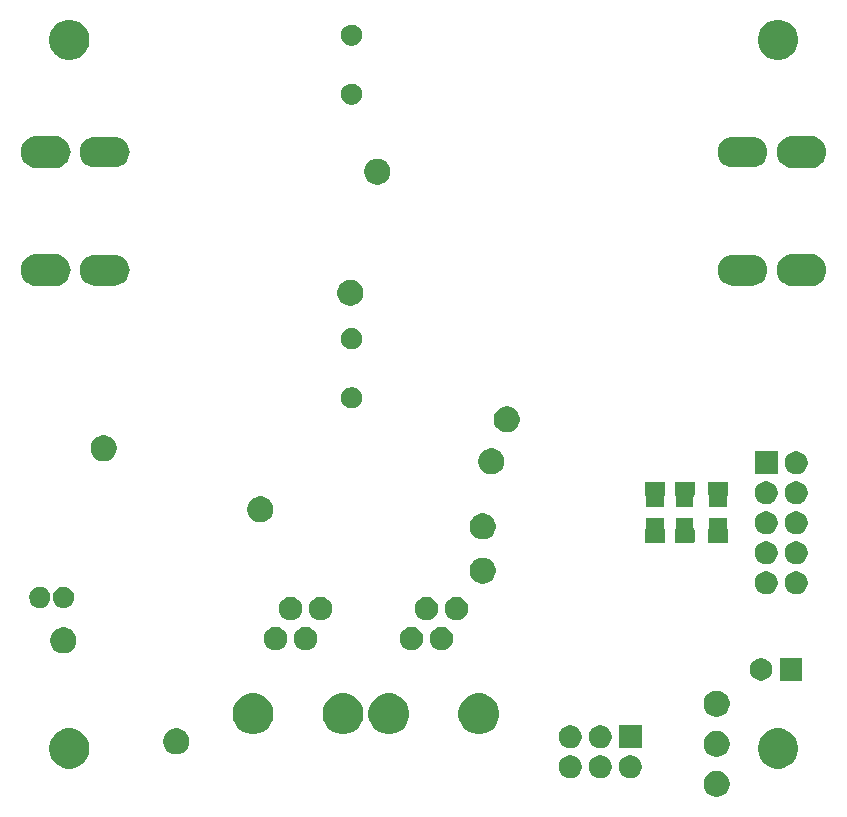
<source format=gbs>
G04 #@! TF.GenerationSoftware,KiCad,Pcbnew,5.1.5-52549c5~84~ubuntu18.04.1*
G04 #@! TF.CreationDate,2020-03-12T11:48:39+01:00*
G04 #@! TF.ProjectId,MotorDriver,4d6f746f-7244-4726-9976-65722e6b6963,rev?*
G04 #@! TF.SameCoordinates,Original*
G04 #@! TF.FileFunction,Soldermask,Bot*
G04 #@! TF.FilePolarity,Negative*
%FSLAX46Y46*%
G04 Gerber Fmt 4.6, Leading zero omitted, Abs format (unit mm)*
G04 Created by KiCad (PCBNEW 5.1.5-52549c5~84~ubuntu18.04.1) date 2020-03-12 11:48:39*
%MOMM*%
%LPD*%
G04 APERTURE LIST*
%ADD10C,0.100000*%
G04 APERTURE END LIST*
D10*
G36*
X160120856Y-137442272D02*
G01*
X160321048Y-137525194D01*
X160501208Y-137645573D01*
X160654427Y-137798792D01*
X160774806Y-137978952D01*
X160857728Y-138179144D01*
X160900000Y-138391657D01*
X160900000Y-138608343D01*
X160857728Y-138820856D01*
X160774806Y-139021048D01*
X160654427Y-139201208D01*
X160501208Y-139354427D01*
X160321048Y-139474806D01*
X160120856Y-139557728D01*
X159908343Y-139600000D01*
X159691657Y-139600000D01*
X159479144Y-139557728D01*
X159278952Y-139474806D01*
X159098792Y-139354427D01*
X158945573Y-139201208D01*
X158825194Y-139021048D01*
X158742272Y-138820856D01*
X158700000Y-138608343D01*
X158700000Y-138391657D01*
X158742272Y-138179144D01*
X158825194Y-137978952D01*
X158945573Y-137798792D01*
X159098792Y-137645573D01*
X159278952Y-137525194D01*
X159479144Y-137442272D01*
X159691657Y-137400000D01*
X159908343Y-137400000D01*
X160120856Y-137442272D01*
G37*
G36*
X152781072Y-136113431D02*
G01*
X152956436Y-136186069D01*
X153114259Y-136291523D01*
X153248477Y-136425741D01*
X153353931Y-136583564D01*
X153426569Y-136758928D01*
X153463600Y-136945094D01*
X153463600Y-137134906D01*
X153426569Y-137321072D01*
X153353931Y-137496436D01*
X153301204Y-137575348D01*
X153254280Y-137645575D01*
X153248477Y-137654259D01*
X153114259Y-137788477D01*
X152956436Y-137893931D01*
X152781072Y-137966569D01*
X152594906Y-138003600D01*
X152405094Y-138003600D01*
X152218928Y-137966569D01*
X152043564Y-137893931D01*
X151885741Y-137788477D01*
X151751523Y-137654259D01*
X151745721Y-137645575D01*
X151698796Y-137575347D01*
X151646069Y-137496436D01*
X151573431Y-137321072D01*
X151536400Y-137134906D01*
X151536400Y-136945094D01*
X151573431Y-136758928D01*
X151646069Y-136583564D01*
X151751523Y-136425741D01*
X151885741Y-136291523D01*
X152043564Y-136186069D01*
X152218928Y-136113431D01*
X152405094Y-136076400D01*
X152594906Y-136076400D01*
X152781072Y-136113431D01*
G37*
G36*
X147701072Y-136113431D02*
G01*
X147876436Y-136186069D01*
X148034259Y-136291523D01*
X148168477Y-136425741D01*
X148273931Y-136583564D01*
X148346569Y-136758928D01*
X148383600Y-136945094D01*
X148383600Y-137134906D01*
X148346569Y-137321072D01*
X148273931Y-137496436D01*
X148221204Y-137575348D01*
X148174280Y-137645575D01*
X148168477Y-137654259D01*
X148034259Y-137788477D01*
X147876436Y-137893931D01*
X147701072Y-137966569D01*
X147514906Y-138003600D01*
X147325094Y-138003600D01*
X147138928Y-137966569D01*
X146963564Y-137893931D01*
X146805741Y-137788477D01*
X146671523Y-137654259D01*
X146665721Y-137645575D01*
X146618796Y-137575347D01*
X146566069Y-137496436D01*
X146493431Y-137321072D01*
X146456400Y-137134906D01*
X146456400Y-136945094D01*
X146493431Y-136758928D01*
X146566069Y-136583564D01*
X146671523Y-136425741D01*
X146805741Y-136291523D01*
X146963564Y-136186069D01*
X147138928Y-136113431D01*
X147325094Y-136076400D01*
X147514906Y-136076400D01*
X147701072Y-136113431D01*
G37*
G36*
X150241072Y-136113431D02*
G01*
X150416436Y-136186069D01*
X150574259Y-136291523D01*
X150708477Y-136425741D01*
X150813931Y-136583564D01*
X150886569Y-136758928D01*
X150923600Y-136945094D01*
X150923600Y-137134906D01*
X150886569Y-137321072D01*
X150813931Y-137496436D01*
X150761204Y-137575348D01*
X150714280Y-137645575D01*
X150708477Y-137654259D01*
X150574259Y-137788477D01*
X150416436Y-137893931D01*
X150241072Y-137966569D01*
X150054906Y-138003600D01*
X149865094Y-138003600D01*
X149678928Y-137966569D01*
X149503564Y-137893931D01*
X149345741Y-137788477D01*
X149211523Y-137654259D01*
X149205721Y-137645575D01*
X149158796Y-137575347D01*
X149106069Y-137496436D01*
X149033431Y-137321072D01*
X148996400Y-137134906D01*
X148996400Y-136945094D01*
X149033431Y-136758928D01*
X149106069Y-136583564D01*
X149211523Y-136425741D01*
X149345741Y-136291523D01*
X149503564Y-136186069D01*
X149678928Y-136113431D01*
X149865094Y-136076400D01*
X150054906Y-136076400D01*
X150241072Y-136113431D01*
G37*
G36*
X165495872Y-133865330D02*
G01*
X165805252Y-133993479D01*
X166083687Y-134179523D01*
X166320477Y-134416313D01*
X166506521Y-134694748D01*
X166634670Y-135004128D01*
X166700000Y-135332565D01*
X166700000Y-135667435D01*
X166634670Y-135995872D01*
X166506521Y-136305252D01*
X166320477Y-136583687D01*
X166083687Y-136820477D01*
X165805252Y-137006521D01*
X165495872Y-137134670D01*
X165167435Y-137200000D01*
X164832565Y-137200000D01*
X164504128Y-137134670D01*
X164194748Y-137006521D01*
X163916313Y-136820477D01*
X163679523Y-136583687D01*
X163493479Y-136305252D01*
X163365330Y-135995872D01*
X163300000Y-135667435D01*
X163300000Y-135332565D01*
X163365330Y-135004128D01*
X163493479Y-134694748D01*
X163679523Y-134416313D01*
X163916313Y-134179523D01*
X164194748Y-133993479D01*
X164504128Y-133865330D01*
X164832565Y-133800000D01*
X165167435Y-133800000D01*
X165495872Y-133865330D01*
G37*
G36*
X105495872Y-133865330D02*
G01*
X105805252Y-133993479D01*
X106083687Y-134179523D01*
X106320477Y-134416313D01*
X106506521Y-134694748D01*
X106634670Y-135004128D01*
X106700000Y-135332565D01*
X106700000Y-135667435D01*
X106634670Y-135995872D01*
X106506521Y-136305252D01*
X106320477Y-136583687D01*
X106083687Y-136820477D01*
X105805252Y-137006521D01*
X105495872Y-137134670D01*
X105167435Y-137200000D01*
X104832565Y-137200000D01*
X104504128Y-137134670D01*
X104194748Y-137006521D01*
X103916313Y-136820477D01*
X103679523Y-136583687D01*
X103493479Y-136305252D01*
X103365330Y-135995872D01*
X103300000Y-135667435D01*
X103300000Y-135332565D01*
X103365330Y-135004128D01*
X103493479Y-134694748D01*
X103679523Y-134416313D01*
X103916313Y-134179523D01*
X104194748Y-133993479D01*
X104504128Y-133865330D01*
X104832565Y-133800000D01*
X105167435Y-133800000D01*
X105495872Y-133865330D01*
G37*
G36*
X160120856Y-134042272D02*
G01*
X160321048Y-134125194D01*
X160501208Y-134245573D01*
X160654427Y-134398792D01*
X160774806Y-134578952D01*
X160857728Y-134779144D01*
X160900000Y-134991657D01*
X160900000Y-135208343D01*
X160857728Y-135420856D01*
X160774806Y-135621048D01*
X160654427Y-135801208D01*
X160501208Y-135954427D01*
X160321048Y-136074806D01*
X160120856Y-136157728D01*
X159908343Y-136200000D01*
X159691657Y-136200000D01*
X159479144Y-136157728D01*
X159278952Y-136074806D01*
X159098792Y-135954427D01*
X158945573Y-135801208D01*
X158825194Y-135621048D01*
X158742272Y-135420856D01*
X158700000Y-135208343D01*
X158700000Y-134991657D01*
X158742272Y-134779144D01*
X158825194Y-134578952D01*
X158945573Y-134398792D01*
X159098792Y-134245573D01*
X159278952Y-134125194D01*
X159479144Y-134042272D01*
X159691657Y-134000000D01*
X159908343Y-134000000D01*
X160120856Y-134042272D01*
G37*
G36*
X114380856Y-133842272D02*
G01*
X114581048Y-133925194D01*
X114761208Y-134045573D01*
X114914427Y-134198792D01*
X115034806Y-134378952D01*
X115117728Y-134579144D01*
X115160000Y-134791657D01*
X115160000Y-135008343D01*
X115117728Y-135220856D01*
X115034806Y-135421048D01*
X114914427Y-135601208D01*
X114761208Y-135754427D01*
X114581048Y-135874806D01*
X114380856Y-135957728D01*
X114168343Y-136000000D01*
X113951657Y-136000000D01*
X113739144Y-135957728D01*
X113538952Y-135874806D01*
X113358792Y-135754427D01*
X113205573Y-135601208D01*
X113085194Y-135421048D01*
X113002272Y-135220856D01*
X112960000Y-135008343D01*
X112960000Y-134791657D01*
X113002272Y-134579144D01*
X113085194Y-134378952D01*
X113205573Y-134198792D01*
X113358792Y-134045573D01*
X113538952Y-133925194D01*
X113739144Y-133842272D01*
X113951657Y-133800000D01*
X114168343Y-133800000D01*
X114380856Y-133842272D01*
G37*
G36*
X147701072Y-133573431D02*
G01*
X147876436Y-133646069D01*
X147876437Y-133646070D01*
X148034258Y-133751522D01*
X148168478Y-133885742D01*
X148194838Y-133925193D01*
X148273931Y-134043564D01*
X148346569Y-134218928D01*
X148383600Y-134405094D01*
X148383600Y-134594906D01*
X148346569Y-134781072D01*
X148273931Y-134956436D01*
X148168477Y-135114259D01*
X148034259Y-135248477D01*
X147876436Y-135353931D01*
X147701072Y-135426569D01*
X147514906Y-135463600D01*
X147325094Y-135463600D01*
X147138928Y-135426569D01*
X146963564Y-135353931D01*
X146805741Y-135248477D01*
X146671523Y-135114259D01*
X146566069Y-134956436D01*
X146493431Y-134781072D01*
X146456400Y-134594906D01*
X146456400Y-134405094D01*
X146493431Y-134218928D01*
X146566069Y-134043564D01*
X146645162Y-133925193D01*
X146671522Y-133885742D01*
X146805742Y-133751522D01*
X146963563Y-133646070D01*
X146963564Y-133646069D01*
X147138928Y-133573431D01*
X147325094Y-133536400D01*
X147514906Y-133536400D01*
X147701072Y-133573431D01*
G37*
G36*
X150241072Y-133573431D02*
G01*
X150416436Y-133646069D01*
X150416437Y-133646070D01*
X150574258Y-133751522D01*
X150708478Y-133885742D01*
X150734838Y-133925193D01*
X150813931Y-134043564D01*
X150886569Y-134218928D01*
X150923600Y-134405094D01*
X150923600Y-134594906D01*
X150886569Y-134781072D01*
X150813931Y-134956436D01*
X150708477Y-135114259D01*
X150574259Y-135248477D01*
X150416436Y-135353931D01*
X150241072Y-135426569D01*
X150054906Y-135463600D01*
X149865094Y-135463600D01*
X149678928Y-135426569D01*
X149503564Y-135353931D01*
X149345741Y-135248477D01*
X149211523Y-135114259D01*
X149106069Y-134956436D01*
X149033431Y-134781072D01*
X148996400Y-134594906D01*
X148996400Y-134405094D01*
X149033431Y-134218928D01*
X149106069Y-134043564D01*
X149185162Y-133925193D01*
X149211522Y-133885742D01*
X149345742Y-133751522D01*
X149503563Y-133646070D01*
X149503564Y-133646069D01*
X149678928Y-133573431D01*
X149865094Y-133536400D01*
X150054906Y-133536400D01*
X150241072Y-133573431D01*
G37*
G36*
X153463600Y-135463600D02*
G01*
X151536400Y-135463600D01*
X151536400Y-133536400D01*
X153463600Y-133536400D01*
X153463600Y-135463600D01*
G37*
G36*
X140173164Y-130891290D02*
G01*
X140487094Y-131021324D01*
X140769624Y-131210105D01*
X141009895Y-131450376D01*
X141198676Y-131732906D01*
X141328710Y-132046836D01*
X141395000Y-132380102D01*
X141395000Y-132719898D01*
X141328710Y-133053164D01*
X141198676Y-133367094D01*
X141009895Y-133649624D01*
X140769624Y-133889895D01*
X140487094Y-134078676D01*
X140173164Y-134208710D01*
X139839898Y-134275000D01*
X139500102Y-134275000D01*
X139166836Y-134208710D01*
X138852906Y-134078676D01*
X138570376Y-133889895D01*
X138330105Y-133649624D01*
X138141324Y-133367094D01*
X138011290Y-133053164D01*
X137945000Y-132719898D01*
X137945000Y-132380102D01*
X138011290Y-132046836D01*
X138141324Y-131732906D01*
X138330105Y-131450376D01*
X138570376Y-131210105D01*
X138852906Y-131021324D01*
X139166836Y-130891290D01*
X139500102Y-130825000D01*
X139839898Y-130825000D01*
X140173164Y-130891290D01*
G37*
G36*
X132553164Y-130891290D02*
G01*
X132867094Y-131021324D01*
X133149624Y-131210105D01*
X133389895Y-131450376D01*
X133578676Y-131732906D01*
X133708710Y-132046836D01*
X133775000Y-132380102D01*
X133775000Y-132719898D01*
X133708710Y-133053164D01*
X133578676Y-133367094D01*
X133389895Y-133649624D01*
X133149624Y-133889895D01*
X132867094Y-134078676D01*
X132553164Y-134208710D01*
X132219898Y-134275000D01*
X131880102Y-134275000D01*
X131546836Y-134208710D01*
X131232906Y-134078676D01*
X130950376Y-133889895D01*
X130710105Y-133649624D01*
X130521324Y-133367094D01*
X130391290Y-133053164D01*
X130325000Y-132719898D01*
X130325000Y-132380102D01*
X130391290Y-132046836D01*
X130521324Y-131732906D01*
X130710105Y-131450376D01*
X130950376Y-131210105D01*
X131232906Y-131021324D01*
X131546836Y-130891290D01*
X131880102Y-130825000D01*
X132219898Y-130825000D01*
X132553164Y-130891290D01*
G37*
G36*
X128673164Y-130891290D02*
G01*
X128987094Y-131021324D01*
X129269624Y-131210105D01*
X129509895Y-131450376D01*
X129698676Y-131732906D01*
X129828710Y-132046836D01*
X129895000Y-132380102D01*
X129895000Y-132719898D01*
X129828710Y-133053164D01*
X129698676Y-133367094D01*
X129509895Y-133649624D01*
X129269624Y-133889895D01*
X128987094Y-134078676D01*
X128673164Y-134208710D01*
X128339898Y-134275000D01*
X128000102Y-134275000D01*
X127666836Y-134208710D01*
X127352906Y-134078676D01*
X127070376Y-133889895D01*
X126830105Y-133649624D01*
X126641324Y-133367094D01*
X126511290Y-133053164D01*
X126445000Y-132719898D01*
X126445000Y-132380102D01*
X126511290Y-132046836D01*
X126641324Y-131732906D01*
X126830105Y-131450376D01*
X127070376Y-131210105D01*
X127352906Y-131021324D01*
X127666836Y-130891290D01*
X128000102Y-130825000D01*
X128339898Y-130825000D01*
X128673164Y-130891290D01*
G37*
G36*
X121053164Y-130891290D02*
G01*
X121367094Y-131021324D01*
X121649624Y-131210105D01*
X121889895Y-131450376D01*
X122078676Y-131732906D01*
X122208710Y-132046836D01*
X122275000Y-132380102D01*
X122275000Y-132719898D01*
X122208710Y-133053164D01*
X122078676Y-133367094D01*
X121889895Y-133649624D01*
X121649624Y-133889895D01*
X121367094Y-134078676D01*
X121053164Y-134208710D01*
X120719898Y-134275000D01*
X120380102Y-134275000D01*
X120046836Y-134208710D01*
X119732906Y-134078676D01*
X119450376Y-133889895D01*
X119210105Y-133649624D01*
X119021324Y-133367094D01*
X118891290Y-133053164D01*
X118825000Y-132719898D01*
X118825000Y-132380102D01*
X118891290Y-132046836D01*
X119021324Y-131732906D01*
X119210105Y-131450376D01*
X119450376Y-131210105D01*
X119732906Y-131021324D01*
X120046836Y-130891290D01*
X120380102Y-130825000D01*
X120719898Y-130825000D01*
X121053164Y-130891290D01*
G37*
G36*
X160120856Y-130642272D02*
G01*
X160321048Y-130725194D01*
X160501208Y-130845573D01*
X160654427Y-130998792D01*
X160774806Y-131178952D01*
X160857728Y-131379144D01*
X160900000Y-131591657D01*
X160900000Y-131808343D01*
X160857728Y-132020856D01*
X160774806Y-132221048D01*
X160654427Y-132401208D01*
X160501208Y-132554427D01*
X160321048Y-132674806D01*
X160120856Y-132757728D01*
X159908343Y-132800000D01*
X159691657Y-132800000D01*
X159479144Y-132757728D01*
X159278952Y-132674806D01*
X159098792Y-132554427D01*
X158945573Y-132401208D01*
X158825194Y-132221048D01*
X158742272Y-132020856D01*
X158700000Y-131808343D01*
X158700000Y-131591657D01*
X158742272Y-131379144D01*
X158825194Y-131178952D01*
X158945573Y-130998792D01*
X159098792Y-130845573D01*
X159278952Y-130725194D01*
X159479144Y-130642272D01*
X159691657Y-130600000D01*
X159908343Y-130600000D01*
X160120856Y-130642272D01*
G37*
G36*
X163837105Y-127886508D02*
G01*
X164009994Y-127958121D01*
X164165590Y-128062087D01*
X164297913Y-128194410D01*
X164401879Y-128350006D01*
X164473492Y-128522895D01*
X164510000Y-128706433D01*
X164510000Y-128893567D01*
X164473492Y-129077105D01*
X164401879Y-129249994D01*
X164297913Y-129405590D01*
X164165590Y-129537913D01*
X164009994Y-129641879D01*
X163837105Y-129713492D01*
X163653567Y-129750000D01*
X163466433Y-129750000D01*
X163282895Y-129713492D01*
X163110006Y-129641879D01*
X162954410Y-129537913D01*
X162822087Y-129405590D01*
X162718121Y-129249994D01*
X162646508Y-129077105D01*
X162610000Y-128893567D01*
X162610000Y-128706433D01*
X162646508Y-128522895D01*
X162718121Y-128350006D01*
X162822087Y-128194410D01*
X162954410Y-128062087D01*
X163110006Y-127958121D01*
X163282895Y-127886508D01*
X163466433Y-127850000D01*
X163653567Y-127850000D01*
X163837105Y-127886508D01*
G37*
G36*
X167050000Y-129750000D02*
G01*
X165150000Y-129750000D01*
X165150000Y-127850000D01*
X167050000Y-127850000D01*
X167050000Y-129750000D01*
G37*
G36*
X104820856Y-125292272D02*
G01*
X105021048Y-125375194D01*
X105201208Y-125495573D01*
X105354427Y-125648792D01*
X105474806Y-125828952D01*
X105557728Y-126029144D01*
X105600000Y-126241657D01*
X105600000Y-126458343D01*
X105557728Y-126670856D01*
X105474806Y-126871048D01*
X105354427Y-127051208D01*
X105201208Y-127204427D01*
X105021048Y-127324806D01*
X104820856Y-127407728D01*
X104608343Y-127450000D01*
X104391657Y-127450000D01*
X104179144Y-127407728D01*
X103978952Y-127324806D01*
X103798792Y-127204427D01*
X103645573Y-127051208D01*
X103525194Y-126871048D01*
X103442272Y-126670856D01*
X103400000Y-126458343D01*
X103400000Y-126241657D01*
X103442272Y-126029144D01*
X103525194Y-125828952D01*
X103645573Y-125648792D01*
X103798792Y-125495573D01*
X103978952Y-125375194D01*
X104179144Y-125292272D01*
X104391657Y-125250000D01*
X104608343Y-125250000D01*
X104820856Y-125292272D01*
G37*
G36*
X122655090Y-125219214D02*
G01*
X122751689Y-125238429D01*
X122933678Y-125313811D01*
X123097463Y-125423249D01*
X123236751Y-125562537D01*
X123346189Y-125726322D01*
X123421571Y-125908311D01*
X123421571Y-125908313D01*
X123445606Y-126029142D01*
X123460000Y-126101509D01*
X123460000Y-126298491D01*
X123421571Y-126491689D01*
X123346189Y-126673678D01*
X123236751Y-126837463D01*
X123097463Y-126976751D01*
X122933678Y-127086189D01*
X122751689Y-127161571D01*
X122655090Y-127180785D01*
X122558493Y-127200000D01*
X122361507Y-127200000D01*
X122264910Y-127180785D01*
X122168311Y-127161571D01*
X121986322Y-127086189D01*
X121822537Y-126976751D01*
X121683249Y-126837463D01*
X121573811Y-126673678D01*
X121498429Y-126491689D01*
X121460000Y-126298491D01*
X121460000Y-126101509D01*
X121474395Y-126029142D01*
X121498429Y-125908313D01*
X121498429Y-125908311D01*
X121573811Y-125726322D01*
X121683249Y-125562537D01*
X121822537Y-125423249D01*
X121986322Y-125313811D01*
X122168311Y-125238429D01*
X122264910Y-125219214D01*
X122361507Y-125200000D01*
X122558493Y-125200000D01*
X122655090Y-125219214D01*
G37*
G36*
X136695090Y-125219214D02*
G01*
X136791689Y-125238429D01*
X136973678Y-125313811D01*
X137137463Y-125423249D01*
X137276751Y-125562537D01*
X137386189Y-125726322D01*
X137461571Y-125908311D01*
X137461571Y-125908313D01*
X137485606Y-126029142D01*
X137500000Y-126101509D01*
X137500000Y-126298491D01*
X137461571Y-126491689D01*
X137386189Y-126673678D01*
X137276751Y-126837463D01*
X137137463Y-126976751D01*
X136973678Y-127086189D01*
X136791689Y-127161571D01*
X136695090Y-127180785D01*
X136598493Y-127200000D01*
X136401507Y-127200000D01*
X136304910Y-127180785D01*
X136208311Y-127161571D01*
X136026322Y-127086189D01*
X135862537Y-126976751D01*
X135723249Y-126837463D01*
X135613811Y-126673678D01*
X135538429Y-126491689D01*
X135500000Y-126298491D01*
X135500000Y-126101509D01*
X135514395Y-126029142D01*
X135538429Y-125908313D01*
X135538429Y-125908311D01*
X135613811Y-125726322D01*
X135723249Y-125562537D01*
X135862537Y-125423249D01*
X136026322Y-125313811D01*
X136208311Y-125238429D01*
X136304910Y-125219214D01*
X136401507Y-125200000D01*
X136598493Y-125200000D01*
X136695090Y-125219214D01*
G37*
G36*
X134155090Y-125219214D02*
G01*
X134251689Y-125238429D01*
X134433678Y-125313811D01*
X134597463Y-125423249D01*
X134736751Y-125562537D01*
X134846189Y-125726322D01*
X134921571Y-125908311D01*
X134921571Y-125908313D01*
X134945606Y-126029142D01*
X134960000Y-126101509D01*
X134960000Y-126298491D01*
X134921571Y-126491689D01*
X134846189Y-126673678D01*
X134736751Y-126837463D01*
X134597463Y-126976751D01*
X134433678Y-127086189D01*
X134251689Y-127161571D01*
X134155090Y-127180785D01*
X134058493Y-127200000D01*
X133861507Y-127200000D01*
X133764910Y-127180785D01*
X133668311Y-127161571D01*
X133486322Y-127086189D01*
X133322537Y-126976751D01*
X133183249Y-126837463D01*
X133073811Y-126673678D01*
X132998429Y-126491689D01*
X132960000Y-126298491D01*
X132960000Y-126101509D01*
X132974395Y-126029142D01*
X132998429Y-125908313D01*
X132998429Y-125908311D01*
X133073811Y-125726322D01*
X133183249Y-125562537D01*
X133322537Y-125423249D01*
X133486322Y-125313811D01*
X133668311Y-125238429D01*
X133764910Y-125219214D01*
X133861507Y-125200000D01*
X134058493Y-125200000D01*
X134155090Y-125219214D01*
G37*
G36*
X125195090Y-125219214D02*
G01*
X125291689Y-125238429D01*
X125473678Y-125313811D01*
X125637463Y-125423249D01*
X125776751Y-125562537D01*
X125886189Y-125726322D01*
X125961571Y-125908311D01*
X125961571Y-125908313D01*
X125985606Y-126029142D01*
X126000000Y-126101509D01*
X126000000Y-126298491D01*
X125961571Y-126491689D01*
X125886189Y-126673678D01*
X125776751Y-126837463D01*
X125637463Y-126976751D01*
X125473678Y-127086189D01*
X125291689Y-127161571D01*
X125195090Y-127180785D01*
X125098493Y-127200000D01*
X124901507Y-127200000D01*
X124804910Y-127180785D01*
X124708311Y-127161571D01*
X124526322Y-127086189D01*
X124362537Y-126976751D01*
X124223249Y-126837463D01*
X124113811Y-126673678D01*
X124038429Y-126491689D01*
X124000000Y-126298491D01*
X124000000Y-126101509D01*
X124014395Y-126029142D01*
X124038429Y-125908313D01*
X124038429Y-125908311D01*
X124113811Y-125726322D01*
X124223249Y-125562537D01*
X124362537Y-125423249D01*
X124526322Y-125313811D01*
X124708311Y-125238429D01*
X124804910Y-125219214D01*
X124901507Y-125200000D01*
X125098493Y-125200000D01*
X125195090Y-125219214D01*
G37*
G36*
X123925090Y-122679214D02*
G01*
X124021689Y-122698429D01*
X124203678Y-122773811D01*
X124367463Y-122883249D01*
X124506751Y-123022537D01*
X124616189Y-123186322D01*
X124691571Y-123368311D01*
X124730000Y-123561509D01*
X124730000Y-123758491D01*
X124691571Y-123951689D01*
X124616189Y-124133678D01*
X124506751Y-124297463D01*
X124367463Y-124436751D01*
X124203678Y-124546189D01*
X124021689Y-124621571D01*
X123925090Y-124640785D01*
X123828493Y-124660000D01*
X123631507Y-124660000D01*
X123534910Y-124640785D01*
X123438311Y-124621571D01*
X123256322Y-124546189D01*
X123092537Y-124436751D01*
X122953249Y-124297463D01*
X122843811Y-124133678D01*
X122768429Y-123951689D01*
X122730000Y-123758491D01*
X122730000Y-123561509D01*
X122768429Y-123368311D01*
X122843811Y-123186322D01*
X122953249Y-123022537D01*
X123092537Y-122883249D01*
X123256322Y-122773811D01*
X123438311Y-122698429D01*
X123534910Y-122679214D01*
X123631507Y-122660000D01*
X123828493Y-122660000D01*
X123925090Y-122679214D01*
G37*
G36*
X126465090Y-122679214D02*
G01*
X126561689Y-122698429D01*
X126743678Y-122773811D01*
X126907463Y-122883249D01*
X127046751Y-123022537D01*
X127156189Y-123186322D01*
X127231571Y-123368311D01*
X127270000Y-123561509D01*
X127270000Y-123758491D01*
X127231571Y-123951689D01*
X127156189Y-124133678D01*
X127046751Y-124297463D01*
X126907463Y-124436751D01*
X126743678Y-124546189D01*
X126561689Y-124621571D01*
X126465090Y-124640785D01*
X126368493Y-124660000D01*
X126171507Y-124660000D01*
X126074910Y-124640785D01*
X125978311Y-124621571D01*
X125796322Y-124546189D01*
X125632537Y-124436751D01*
X125493249Y-124297463D01*
X125383811Y-124133678D01*
X125308429Y-123951689D01*
X125270000Y-123758491D01*
X125270000Y-123561509D01*
X125308429Y-123368311D01*
X125383811Y-123186322D01*
X125493249Y-123022537D01*
X125632537Y-122883249D01*
X125796322Y-122773811D01*
X125978311Y-122698429D01*
X126074910Y-122679214D01*
X126171507Y-122660000D01*
X126368493Y-122660000D01*
X126465090Y-122679214D01*
G37*
G36*
X135425090Y-122679214D02*
G01*
X135521689Y-122698429D01*
X135703678Y-122773811D01*
X135867463Y-122883249D01*
X136006751Y-123022537D01*
X136116189Y-123186322D01*
X136191571Y-123368311D01*
X136230000Y-123561509D01*
X136230000Y-123758491D01*
X136191571Y-123951689D01*
X136116189Y-124133678D01*
X136006751Y-124297463D01*
X135867463Y-124436751D01*
X135703678Y-124546189D01*
X135521689Y-124621571D01*
X135425090Y-124640785D01*
X135328493Y-124660000D01*
X135131507Y-124660000D01*
X135034910Y-124640785D01*
X134938311Y-124621571D01*
X134756322Y-124546189D01*
X134592537Y-124436751D01*
X134453249Y-124297463D01*
X134343811Y-124133678D01*
X134268429Y-123951689D01*
X134230000Y-123758491D01*
X134230000Y-123561509D01*
X134268429Y-123368311D01*
X134343811Y-123186322D01*
X134453249Y-123022537D01*
X134592537Y-122883249D01*
X134756322Y-122773811D01*
X134938311Y-122698429D01*
X135034910Y-122679214D01*
X135131507Y-122660000D01*
X135328493Y-122660000D01*
X135425090Y-122679214D01*
G37*
G36*
X137965090Y-122679214D02*
G01*
X138061689Y-122698429D01*
X138243678Y-122773811D01*
X138407463Y-122883249D01*
X138546751Y-123022537D01*
X138656189Y-123186322D01*
X138731571Y-123368311D01*
X138770000Y-123561509D01*
X138770000Y-123758491D01*
X138731571Y-123951689D01*
X138656189Y-124133678D01*
X138546751Y-124297463D01*
X138407463Y-124436751D01*
X138243678Y-124546189D01*
X138061689Y-124621571D01*
X137965090Y-124640785D01*
X137868493Y-124660000D01*
X137671507Y-124660000D01*
X137574910Y-124640785D01*
X137478311Y-124621571D01*
X137296322Y-124546189D01*
X137132537Y-124436751D01*
X136993249Y-124297463D01*
X136883811Y-124133678D01*
X136808429Y-123951689D01*
X136770000Y-123758491D01*
X136770000Y-123561509D01*
X136808429Y-123368311D01*
X136883811Y-123186322D01*
X136993249Y-123022537D01*
X137132537Y-122883249D01*
X137296322Y-122773811D01*
X137478311Y-122698429D01*
X137574910Y-122679214D01*
X137671507Y-122660000D01*
X137868493Y-122660000D01*
X137965090Y-122679214D01*
G37*
G36*
X102762520Y-121834586D02*
G01*
X102762522Y-121834587D01*
X102762523Y-121834587D01*
X102823025Y-121859648D01*
X102926310Y-121902430D01*
X103073717Y-122000924D01*
X103199076Y-122126283D01*
X103297570Y-122273690D01*
X103365414Y-122437480D01*
X103400000Y-122611358D01*
X103400000Y-122788642D01*
X103365414Y-122962520D01*
X103297570Y-123126310D01*
X103199076Y-123273717D01*
X103073717Y-123399076D01*
X102926310Y-123497570D01*
X102823025Y-123540352D01*
X102762523Y-123565413D01*
X102762522Y-123565413D01*
X102762520Y-123565414D01*
X102588642Y-123600000D01*
X102411358Y-123600000D01*
X102237480Y-123565414D01*
X102237478Y-123565413D01*
X102237477Y-123565413D01*
X102176975Y-123540352D01*
X102073690Y-123497570D01*
X101926283Y-123399076D01*
X101800924Y-123273717D01*
X101702430Y-123126310D01*
X101634586Y-122962520D01*
X101600000Y-122788642D01*
X101600000Y-122611358D01*
X101634586Y-122437480D01*
X101702430Y-122273690D01*
X101800924Y-122126283D01*
X101926283Y-122000924D01*
X102073690Y-121902430D01*
X102176975Y-121859648D01*
X102237477Y-121834587D01*
X102237478Y-121834587D01*
X102237480Y-121834586D01*
X102411358Y-121800000D01*
X102588642Y-121800000D01*
X102762520Y-121834586D01*
G37*
G36*
X104762520Y-121834586D02*
G01*
X104762522Y-121834587D01*
X104762523Y-121834587D01*
X104823025Y-121859648D01*
X104926310Y-121902430D01*
X105073717Y-122000924D01*
X105199076Y-122126283D01*
X105297570Y-122273690D01*
X105365414Y-122437480D01*
X105400000Y-122611358D01*
X105400000Y-122788642D01*
X105365414Y-122962520D01*
X105297570Y-123126310D01*
X105199076Y-123273717D01*
X105073717Y-123399076D01*
X104926310Y-123497570D01*
X104823025Y-123540352D01*
X104762523Y-123565413D01*
X104762522Y-123565413D01*
X104762520Y-123565414D01*
X104588642Y-123600000D01*
X104411358Y-123600000D01*
X104237480Y-123565414D01*
X104237478Y-123565413D01*
X104237477Y-123565413D01*
X104176975Y-123540352D01*
X104073690Y-123497570D01*
X103926283Y-123399076D01*
X103800924Y-123273717D01*
X103702430Y-123126310D01*
X103634586Y-122962520D01*
X103600000Y-122788642D01*
X103600000Y-122611358D01*
X103634586Y-122437480D01*
X103702430Y-122273690D01*
X103800924Y-122126283D01*
X103926283Y-122000924D01*
X104073690Y-121902430D01*
X104176975Y-121859648D01*
X104237477Y-121834587D01*
X104237478Y-121834587D01*
X104237480Y-121834586D01*
X104411358Y-121800000D01*
X104588642Y-121800000D01*
X104762520Y-121834586D01*
G37*
G36*
X166821072Y-120533431D02*
G01*
X166996436Y-120606069D01*
X167154259Y-120711523D01*
X167288477Y-120845741D01*
X167393931Y-121003564D01*
X167466569Y-121178928D01*
X167503600Y-121365094D01*
X167503600Y-121554906D01*
X167466569Y-121741072D01*
X167393931Y-121916436D01*
X167288477Y-122074259D01*
X167154259Y-122208477D01*
X166996436Y-122313931D01*
X166821072Y-122386569D01*
X166634906Y-122423600D01*
X166445094Y-122423600D01*
X166258928Y-122386569D01*
X166083564Y-122313931D01*
X165925741Y-122208477D01*
X165791523Y-122074259D01*
X165686069Y-121916436D01*
X165613431Y-121741072D01*
X165576400Y-121554906D01*
X165576400Y-121365094D01*
X165613431Y-121178928D01*
X165686069Y-121003564D01*
X165791523Y-120845741D01*
X165925741Y-120711523D01*
X166083564Y-120606069D01*
X166258928Y-120533431D01*
X166445094Y-120496400D01*
X166634906Y-120496400D01*
X166821072Y-120533431D01*
G37*
G36*
X164281072Y-120533431D02*
G01*
X164456436Y-120606069D01*
X164614259Y-120711523D01*
X164748477Y-120845741D01*
X164853931Y-121003564D01*
X164926569Y-121178928D01*
X164963600Y-121365094D01*
X164963600Y-121554906D01*
X164926569Y-121741072D01*
X164853931Y-121916436D01*
X164748477Y-122074259D01*
X164614259Y-122208477D01*
X164456436Y-122313931D01*
X164281072Y-122386569D01*
X164094906Y-122423600D01*
X163905094Y-122423600D01*
X163718928Y-122386569D01*
X163543564Y-122313931D01*
X163385741Y-122208477D01*
X163251523Y-122074259D01*
X163146069Y-121916436D01*
X163073431Y-121741072D01*
X163036400Y-121554906D01*
X163036400Y-121365094D01*
X163073431Y-121178928D01*
X163146069Y-121003564D01*
X163251523Y-120845741D01*
X163385741Y-120711523D01*
X163543564Y-120606069D01*
X163718928Y-120533431D01*
X163905094Y-120496400D01*
X164094906Y-120496400D01*
X164281072Y-120533431D01*
G37*
G36*
X140320856Y-119375472D02*
G01*
X140521048Y-119458394D01*
X140701208Y-119578773D01*
X140854427Y-119731992D01*
X140974806Y-119912152D01*
X141057728Y-120112344D01*
X141100000Y-120324857D01*
X141100000Y-120541543D01*
X141057728Y-120754056D01*
X140974806Y-120954248D01*
X140854427Y-121134408D01*
X140701208Y-121287627D01*
X140521048Y-121408006D01*
X140320856Y-121490928D01*
X140108343Y-121533200D01*
X139891657Y-121533200D01*
X139679144Y-121490928D01*
X139478952Y-121408006D01*
X139298792Y-121287627D01*
X139145573Y-121134408D01*
X139025194Y-120954248D01*
X138942272Y-120754056D01*
X138900000Y-120541543D01*
X138900000Y-120324857D01*
X138942272Y-120112344D01*
X139025194Y-119912152D01*
X139145573Y-119731992D01*
X139298792Y-119578773D01*
X139478952Y-119458394D01*
X139679144Y-119375472D01*
X139891657Y-119333200D01*
X140108343Y-119333200D01*
X140320856Y-119375472D01*
G37*
G36*
X164281072Y-117993431D02*
G01*
X164456436Y-118066069D01*
X164614259Y-118171523D01*
X164748477Y-118305741D01*
X164853931Y-118463564D01*
X164926569Y-118638928D01*
X164963600Y-118825094D01*
X164963600Y-119014906D01*
X164926569Y-119201072D01*
X164853931Y-119376436D01*
X164748477Y-119534259D01*
X164614259Y-119668477D01*
X164456436Y-119773931D01*
X164281072Y-119846569D01*
X164094906Y-119883600D01*
X163905094Y-119883600D01*
X163718928Y-119846569D01*
X163543564Y-119773931D01*
X163385741Y-119668477D01*
X163251523Y-119534259D01*
X163146069Y-119376436D01*
X163073431Y-119201072D01*
X163036400Y-119014906D01*
X163036400Y-118825094D01*
X163073431Y-118638928D01*
X163146069Y-118463564D01*
X163251523Y-118305741D01*
X163385741Y-118171523D01*
X163543564Y-118066069D01*
X163718928Y-117993431D01*
X163905094Y-117956400D01*
X164094906Y-117956400D01*
X164281072Y-117993431D01*
G37*
G36*
X166821072Y-117993431D02*
G01*
X166996436Y-118066069D01*
X167154259Y-118171523D01*
X167288477Y-118305741D01*
X167393931Y-118463564D01*
X167466569Y-118638928D01*
X167503600Y-118825094D01*
X167503600Y-119014906D01*
X167466569Y-119201072D01*
X167393931Y-119376436D01*
X167288477Y-119534259D01*
X167154259Y-119668477D01*
X166996436Y-119773931D01*
X166821072Y-119846569D01*
X166634906Y-119883600D01*
X166445094Y-119883600D01*
X166258928Y-119846569D01*
X166083564Y-119773931D01*
X165925741Y-119668477D01*
X165791523Y-119534259D01*
X165686069Y-119376436D01*
X165613431Y-119201072D01*
X165576400Y-119014906D01*
X165576400Y-118825094D01*
X165613431Y-118638928D01*
X165686069Y-118463564D01*
X165791523Y-118305741D01*
X165925741Y-118171523D01*
X166083564Y-118066069D01*
X166258928Y-117993431D01*
X166445094Y-117956400D01*
X166634906Y-117956400D01*
X166821072Y-117993431D01*
G37*
G36*
X157850000Y-116825134D02*
G01*
X157851921Y-116844643D01*
X157857612Y-116863402D01*
X157866853Y-116880690D01*
X157879289Y-116895844D01*
X157894531Y-116908339D01*
X157901915Y-116913261D01*
X157905739Y-116916392D01*
X157905738Y-116916392D01*
X157920979Y-116928873D01*
X157933491Y-116944087D01*
X157933494Y-116944091D01*
X157942794Y-116961447D01*
X157942795Y-116961449D01*
X157948533Y-116980293D01*
X157950484Y-117000000D01*
X157950484Y-117000050D01*
X157950968Y-117004937D01*
X157950968Y-117995090D01*
X157948553Y-118019602D01*
X157942835Y-118038455D01*
X157933551Y-118055825D01*
X157921053Y-118071053D01*
X157905825Y-118083551D01*
X157888455Y-118092835D01*
X157869603Y-118098553D01*
X157864081Y-118099097D01*
X157845090Y-118100968D01*
X156354910Y-118100968D01*
X156335919Y-118099097D01*
X156330397Y-118098553D01*
X156320972Y-118095694D01*
X156311545Y-118092835D01*
X156294175Y-118083551D01*
X156278947Y-118071053D01*
X156266449Y-118055825D01*
X156257165Y-118038455D01*
X156251447Y-118019602D01*
X156249032Y-117995090D01*
X156249032Y-117004910D01*
X156251447Y-116980398D01*
X156257165Y-116961545D01*
X156266449Y-116944175D01*
X156278930Y-116928968D01*
X156278947Y-116928947D01*
X156294262Y-116916392D01*
X156294301Y-116916366D01*
X156298104Y-116913248D01*
X156305469Y-116908339D01*
X156320636Y-116895919D01*
X156333088Y-116880779D01*
X156342347Y-116863500D01*
X156348058Y-116844747D01*
X156350000Y-116825134D01*
X156350000Y-115950000D01*
X157850000Y-115950000D01*
X157850000Y-116825134D01*
G37*
G36*
X155350000Y-116825134D02*
G01*
X155351921Y-116844643D01*
X155357612Y-116863402D01*
X155366853Y-116880690D01*
X155379289Y-116895844D01*
X155394531Y-116908339D01*
X155401915Y-116913261D01*
X155405739Y-116916392D01*
X155405738Y-116916392D01*
X155420979Y-116928873D01*
X155433491Y-116944087D01*
X155433494Y-116944091D01*
X155442794Y-116961447D01*
X155442795Y-116961449D01*
X155448533Y-116980293D01*
X155450484Y-117000000D01*
X155450484Y-117000050D01*
X155450968Y-117004937D01*
X155450968Y-117995090D01*
X155448553Y-118019602D01*
X155442835Y-118038455D01*
X155433551Y-118055825D01*
X155421053Y-118071053D01*
X155405825Y-118083551D01*
X155388455Y-118092835D01*
X155369603Y-118098553D01*
X155364081Y-118099097D01*
X155345090Y-118100968D01*
X153854910Y-118100968D01*
X153835919Y-118099097D01*
X153830397Y-118098553D01*
X153820972Y-118095694D01*
X153811545Y-118092835D01*
X153794175Y-118083551D01*
X153778947Y-118071053D01*
X153766449Y-118055825D01*
X153757165Y-118038455D01*
X153751447Y-118019602D01*
X153749032Y-117995090D01*
X153749032Y-117004910D01*
X153751447Y-116980398D01*
X153757165Y-116961545D01*
X153766449Y-116944175D01*
X153778930Y-116928968D01*
X153778947Y-116928947D01*
X153794262Y-116916392D01*
X153794301Y-116916366D01*
X153798104Y-116913248D01*
X153805469Y-116908339D01*
X153820636Y-116895919D01*
X153833088Y-116880779D01*
X153842347Y-116863500D01*
X153848058Y-116844747D01*
X153850000Y-116825134D01*
X153850000Y-115950000D01*
X155350000Y-115950000D01*
X155350000Y-116825134D01*
G37*
G36*
X160700000Y-116825134D02*
G01*
X160701921Y-116844643D01*
X160707612Y-116863402D01*
X160716853Y-116880690D01*
X160729289Y-116895844D01*
X160744531Y-116908339D01*
X160751915Y-116913261D01*
X160755739Y-116916392D01*
X160755738Y-116916392D01*
X160770979Y-116928873D01*
X160783491Y-116944087D01*
X160783494Y-116944091D01*
X160792794Y-116961447D01*
X160792795Y-116961449D01*
X160798533Y-116980293D01*
X160800484Y-117000000D01*
X160800484Y-117000050D01*
X160800968Y-117004937D01*
X160800968Y-117995090D01*
X160798553Y-118019602D01*
X160792835Y-118038455D01*
X160783551Y-118055825D01*
X160771053Y-118071053D01*
X160755825Y-118083551D01*
X160738455Y-118092835D01*
X160719603Y-118098553D01*
X160714081Y-118099097D01*
X160695090Y-118100968D01*
X159204910Y-118100968D01*
X159185919Y-118099097D01*
X159180397Y-118098553D01*
X159170972Y-118095694D01*
X159161545Y-118092835D01*
X159144175Y-118083551D01*
X159128947Y-118071053D01*
X159116449Y-118055825D01*
X159107165Y-118038455D01*
X159101447Y-118019602D01*
X159099032Y-117995090D01*
X159099032Y-117004910D01*
X159101447Y-116980398D01*
X159107165Y-116961545D01*
X159116449Y-116944175D01*
X159128930Y-116928968D01*
X159128947Y-116928947D01*
X159144262Y-116916392D01*
X159144301Y-116916366D01*
X159148104Y-116913248D01*
X159155469Y-116908339D01*
X159170636Y-116895919D01*
X159183088Y-116880779D01*
X159192347Y-116863500D01*
X159198058Y-116844747D01*
X159200000Y-116825134D01*
X159200000Y-115950000D01*
X160700000Y-115950000D01*
X160700000Y-116825134D01*
G37*
G36*
X140320856Y-115642272D02*
G01*
X140521048Y-115725194D01*
X140701208Y-115845573D01*
X140854427Y-115998792D01*
X140974806Y-116178952D01*
X141057728Y-116379144D01*
X141100000Y-116591657D01*
X141100000Y-116808343D01*
X141057728Y-117020856D01*
X140974806Y-117221048D01*
X140854427Y-117401208D01*
X140701208Y-117554427D01*
X140521048Y-117674806D01*
X140320856Y-117757728D01*
X140108343Y-117800000D01*
X139891657Y-117800000D01*
X139679144Y-117757728D01*
X139478952Y-117674806D01*
X139298792Y-117554427D01*
X139145573Y-117401208D01*
X139025194Y-117221048D01*
X138942272Y-117020856D01*
X138900000Y-116808343D01*
X138900000Y-116591657D01*
X138942272Y-116379144D01*
X139025194Y-116178952D01*
X139145573Y-115998792D01*
X139298792Y-115845573D01*
X139478952Y-115725194D01*
X139679144Y-115642272D01*
X139891657Y-115600000D01*
X140108343Y-115600000D01*
X140320856Y-115642272D01*
G37*
G36*
X164281072Y-115453431D02*
G01*
X164456436Y-115526069D01*
X164614259Y-115631523D01*
X164748477Y-115765741D01*
X164853931Y-115923564D01*
X164926569Y-116098928D01*
X164963600Y-116285094D01*
X164963600Y-116474906D01*
X164926569Y-116661072D01*
X164853931Y-116836436D01*
X164835913Y-116863402D01*
X164757740Y-116980397D01*
X164748477Y-116994259D01*
X164614259Y-117128477D01*
X164456436Y-117233931D01*
X164281072Y-117306569D01*
X164094906Y-117343600D01*
X163905094Y-117343600D01*
X163718928Y-117306569D01*
X163543564Y-117233931D01*
X163385741Y-117128477D01*
X163251523Y-116994259D01*
X163242261Y-116980397D01*
X163164087Y-116863402D01*
X163146069Y-116836436D01*
X163073431Y-116661072D01*
X163036400Y-116474906D01*
X163036400Y-116285094D01*
X163073431Y-116098928D01*
X163146069Y-115923564D01*
X163251523Y-115765741D01*
X163385741Y-115631523D01*
X163543564Y-115526069D01*
X163718928Y-115453431D01*
X163905094Y-115416400D01*
X164094906Y-115416400D01*
X164281072Y-115453431D01*
G37*
G36*
X166821072Y-115453431D02*
G01*
X166996436Y-115526069D01*
X167154259Y-115631523D01*
X167288477Y-115765741D01*
X167393931Y-115923564D01*
X167466569Y-116098928D01*
X167503600Y-116285094D01*
X167503600Y-116474906D01*
X167466569Y-116661072D01*
X167393931Y-116836436D01*
X167375913Y-116863402D01*
X167297740Y-116980397D01*
X167288477Y-116994259D01*
X167154259Y-117128477D01*
X166996436Y-117233931D01*
X166821072Y-117306569D01*
X166634906Y-117343600D01*
X166445094Y-117343600D01*
X166258928Y-117306569D01*
X166083564Y-117233931D01*
X165925741Y-117128477D01*
X165791523Y-116994259D01*
X165782261Y-116980397D01*
X165704087Y-116863402D01*
X165686069Y-116836436D01*
X165613431Y-116661072D01*
X165576400Y-116474906D01*
X165576400Y-116285094D01*
X165613431Y-116098928D01*
X165686069Y-115923564D01*
X165791523Y-115765741D01*
X165925741Y-115631523D01*
X166083564Y-115526069D01*
X166258928Y-115453431D01*
X166445094Y-115416400D01*
X166634906Y-115416400D01*
X166821072Y-115453431D01*
G37*
G36*
X121498456Y-114193872D02*
G01*
X121698648Y-114276794D01*
X121878808Y-114397173D01*
X122032027Y-114550392D01*
X122152406Y-114730552D01*
X122235328Y-114930744D01*
X122277600Y-115143257D01*
X122277600Y-115359943D01*
X122235328Y-115572456D01*
X122152406Y-115772648D01*
X122032027Y-115952808D01*
X121878808Y-116106027D01*
X121698648Y-116226406D01*
X121498456Y-116309328D01*
X121285943Y-116351600D01*
X121069257Y-116351600D01*
X120856744Y-116309328D01*
X120656552Y-116226406D01*
X120476392Y-116106027D01*
X120323173Y-115952808D01*
X120202794Y-115772648D01*
X120119872Y-115572456D01*
X120077600Y-115359943D01*
X120077600Y-115143257D01*
X120119872Y-114930744D01*
X120202794Y-114730552D01*
X120323173Y-114550392D01*
X120476392Y-114397173D01*
X120656552Y-114276794D01*
X120856744Y-114193872D01*
X121069257Y-114151600D01*
X121285943Y-114151600D01*
X121498456Y-114193872D01*
G37*
G36*
X155364081Y-112900903D02*
G01*
X155369603Y-112901447D01*
X155388455Y-112907165D01*
X155405825Y-112916449D01*
X155421053Y-112928947D01*
X155433551Y-112944175D01*
X155442835Y-112961545D01*
X155448553Y-112980398D01*
X155450968Y-113004910D01*
X155450968Y-113995090D01*
X155448553Y-114019602D01*
X155442835Y-114038455D01*
X155433551Y-114055825D01*
X155423133Y-114068518D01*
X155421053Y-114071053D01*
X155405738Y-114083608D01*
X155405699Y-114083634D01*
X155401896Y-114086752D01*
X155394531Y-114091661D01*
X155379364Y-114104081D01*
X155366912Y-114119221D01*
X155357653Y-114136500D01*
X155351942Y-114155253D01*
X155350000Y-114174866D01*
X155350000Y-115050000D01*
X153850000Y-115050000D01*
X153850000Y-114174866D01*
X153848079Y-114155357D01*
X153842388Y-114136598D01*
X153833147Y-114119310D01*
X153820711Y-114104156D01*
X153805469Y-114091661D01*
X153798085Y-114086739D01*
X153792864Y-114082463D01*
X153779021Y-114071127D01*
X153766509Y-114055913D01*
X153766508Y-114055912D01*
X153766506Y-114055909D01*
X153757206Y-114038553D01*
X153757176Y-114038455D01*
X153751467Y-114019707D01*
X153749516Y-114000000D01*
X153749516Y-113999950D01*
X153749032Y-113995063D01*
X153749032Y-113004910D01*
X153751447Y-112980398D01*
X153757165Y-112961545D01*
X153766449Y-112944175D01*
X153778947Y-112928947D01*
X153794175Y-112916449D01*
X153811545Y-112907165D01*
X153830397Y-112901447D01*
X153835919Y-112900903D01*
X153854910Y-112899032D01*
X155345090Y-112899032D01*
X155364081Y-112900903D01*
G37*
G36*
X160714081Y-112900903D02*
G01*
X160719603Y-112901447D01*
X160738455Y-112907165D01*
X160755825Y-112916449D01*
X160771053Y-112928947D01*
X160783551Y-112944175D01*
X160792835Y-112961545D01*
X160798553Y-112980398D01*
X160800968Y-113004910D01*
X160800968Y-113995090D01*
X160798553Y-114019602D01*
X160792835Y-114038455D01*
X160783551Y-114055825D01*
X160773133Y-114068518D01*
X160771053Y-114071053D01*
X160755738Y-114083608D01*
X160755699Y-114083634D01*
X160751896Y-114086752D01*
X160744531Y-114091661D01*
X160729364Y-114104081D01*
X160716912Y-114119221D01*
X160707653Y-114136500D01*
X160701942Y-114155253D01*
X160700000Y-114174866D01*
X160700000Y-115050000D01*
X159200000Y-115050000D01*
X159200000Y-114174866D01*
X159198079Y-114155357D01*
X159192388Y-114136598D01*
X159183147Y-114119310D01*
X159170711Y-114104156D01*
X159155469Y-114091661D01*
X159148085Y-114086739D01*
X159142864Y-114082463D01*
X159129021Y-114071127D01*
X159116509Y-114055913D01*
X159116508Y-114055912D01*
X159116506Y-114055909D01*
X159107206Y-114038553D01*
X159107176Y-114038455D01*
X159101467Y-114019707D01*
X159099516Y-114000000D01*
X159099516Y-113999950D01*
X159099032Y-113995063D01*
X159099032Y-113004910D01*
X159101447Y-112980398D01*
X159107165Y-112961545D01*
X159116449Y-112944175D01*
X159128947Y-112928947D01*
X159144175Y-112916449D01*
X159161545Y-112907165D01*
X159180397Y-112901447D01*
X159185919Y-112900903D01*
X159204910Y-112899032D01*
X160695090Y-112899032D01*
X160714081Y-112900903D01*
G37*
G36*
X157864081Y-112900903D02*
G01*
X157869603Y-112901447D01*
X157888455Y-112907165D01*
X157905825Y-112916449D01*
X157921053Y-112928947D01*
X157933551Y-112944175D01*
X157942835Y-112961545D01*
X157948553Y-112980398D01*
X157950968Y-113004910D01*
X157950968Y-113995090D01*
X157948553Y-114019602D01*
X157942835Y-114038455D01*
X157933551Y-114055825D01*
X157923133Y-114068518D01*
X157921053Y-114071053D01*
X157905738Y-114083608D01*
X157905699Y-114083634D01*
X157901896Y-114086752D01*
X157894531Y-114091661D01*
X157879364Y-114104081D01*
X157866912Y-114119221D01*
X157857653Y-114136500D01*
X157851942Y-114155253D01*
X157850000Y-114174866D01*
X157850000Y-115050000D01*
X156350000Y-115050000D01*
X156350000Y-114174866D01*
X156348079Y-114155357D01*
X156342388Y-114136598D01*
X156333147Y-114119310D01*
X156320711Y-114104156D01*
X156305469Y-114091661D01*
X156298085Y-114086739D01*
X156292864Y-114082463D01*
X156279021Y-114071127D01*
X156266509Y-114055913D01*
X156266508Y-114055912D01*
X156266506Y-114055909D01*
X156257206Y-114038553D01*
X156257176Y-114038455D01*
X156251467Y-114019707D01*
X156249516Y-114000000D01*
X156249516Y-113999950D01*
X156249032Y-113995063D01*
X156249032Y-113004910D01*
X156251447Y-112980398D01*
X156257165Y-112961545D01*
X156266449Y-112944175D01*
X156278947Y-112928947D01*
X156294175Y-112916449D01*
X156311545Y-112907165D01*
X156330397Y-112901447D01*
X156335919Y-112900903D01*
X156354910Y-112899032D01*
X157845090Y-112899032D01*
X157864081Y-112900903D01*
G37*
G36*
X166821072Y-112913431D02*
G01*
X166996436Y-112986069D01*
X167154259Y-113091523D01*
X167288477Y-113225741D01*
X167393931Y-113383564D01*
X167466569Y-113558928D01*
X167503600Y-113745094D01*
X167503600Y-113934906D01*
X167466569Y-114121072D01*
X167393931Y-114296436D01*
X167393930Y-114296437D01*
X167288478Y-114454258D01*
X167154258Y-114588478D01*
X167075348Y-114641204D01*
X166996436Y-114693931D01*
X166821072Y-114766569D01*
X166634906Y-114803600D01*
X166445094Y-114803600D01*
X166258928Y-114766569D01*
X166083564Y-114693931D01*
X166004652Y-114641204D01*
X165925742Y-114588478D01*
X165791522Y-114454258D01*
X165686070Y-114296437D01*
X165686069Y-114296436D01*
X165613431Y-114121072D01*
X165576400Y-113934906D01*
X165576400Y-113745094D01*
X165613431Y-113558928D01*
X165686069Y-113383564D01*
X165791523Y-113225741D01*
X165925741Y-113091523D01*
X166083564Y-112986069D01*
X166258928Y-112913431D01*
X166445094Y-112876400D01*
X166634906Y-112876400D01*
X166821072Y-112913431D01*
G37*
G36*
X164281072Y-112913431D02*
G01*
X164456436Y-112986069D01*
X164614259Y-113091523D01*
X164748477Y-113225741D01*
X164853931Y-113383564D01*
X164926569Y-113558928D01*
X164963600Y-113745094D01*
X164963600Y-113934906D01*
X164926569Y-114121072D01*
X164853931Y-114296436D01*
X164853930Y-114296437D01*
X164748478Y-114454258D01*
X164614258Y-114588478D01*
X164535348Y-114641204D01*
X164456436Y-114693931D01*
X164281072Y-114766569D01*
X164094906Y-114803600D01*
X163905094Y-114803600D01*
X163718928Y-114766569D01*
X163543564Y-114693931D01*
X163464652Y-114641204D01*
X163385742Y-114588478D01*
X163251522Y-114454258D01*
X163146070Y-114296437D01*
X163146069Y-114296436D01*
X163073431Y-114121072D01*
X163036400Y-113934906D01*
X163036400Y-113745094D01*
X163073431Y-113558928D01*
X163146069Y-113383564D01*
X163251523Y-113225741D01*
X163385741Y-113091523D01*
X163543564Y-112986069D01*
X163718928Y-112913431D01*
X163905094Y-112876400D01*
X164094906Y-112876400D01*
X164281072Y-112913431D01*
G37*
G36*
X141056456Y-110129872D02*
G01*
X141256648Y-110212794D01*
X141436808Y-110333173D01*
X141590027Y-110486392D01*
X141710406Y-110666552D01*
X141793328Y-110866744D01*
X141835600Y-111079257D01*
X141835600Y-111295943D01*
X141793328Y-111508456D01*
X141710406Y-111708648D01*
X141590027Y-111888808D01*
X141436808Y-112042027D01*
X141256648Y-112162406D01*
X141056456Y-112245328D01*
X140843943Y-112287600D01*
X140627257Y-112287600D01*
X140414744Y-112245328D01*
X140214552Y-112162406D01*
X140034392Y-112042027D01*
X139881173Y-111888808D01*
X139760794Y-111708648D01*
X139677872Y-111508456D01*
X139635600Y-111295943D01*
X139635600Y-111079257D01*
X139677872Y-110866744D01*
X139760794Y-110666552D01*
X139881173Y-110486392D01*
X140034392Y-110333173D01*
X140214552Y-110212794D01*
X140414744Y-110129872D01*
X140627257Y-110087600D01*
X140843943Y-110087600D01*
X141056456Y-110129872D01*
G37*
G36*
X164963600Y-112263600D02*
G01*
X163036400Y-112263600D01*
X163036400Y-110336400D01*
X164963600Y-110336400D01*
X164963600Y-112263600D01*
G37*
G36*
X166821072Y-110373431D02*
G01*
X166996436Y-110446069D01*
X167154259Y-110551523D01*
X167288477Y-110685741D01*
X167393931Y-110843564D01*
X167466569Y-111018928D01*
X167503600Y-111205094D01*
X167503600Y-111394906D01*
X167466569Y-111581072D01*
X167393931Y-111756436D01*
X167288477Y-111914259D01*
X167154259Y-112048477D01*
X166996436Y-112153931D01*
X166821072Y-112226569D01*
X166634906Y-112263600D01*
X166445094Y-112263600D01*
X166258928Y-112226569D01*
X166083564Y-112153931D01*
X165925741Y-112048477D01*
X165791523Y-111914259D01*
X165686069Y-111756436D01*
X165613431Y-111581072D01*
X165576400Y-111394906D01*
X165576400Y-111205094D01*
X165613431Y-111018928D01*
X165686069Y-110843564D01*
X165791523Y-110685741D01*
X165925741Y-110551523D01*
X166083564Y-110446069D01*
X166258928Y-110373431D01*
X166445094Y-110336400D01*
X166634906Y-110336400D01*
X166821072Y-110373431D01*
G37*
G36*
X108220856Y-109012272D02*
G01*
X108421048Y-109095194D01*
X108601208Y-109215573D01*
X108754427Y-109368792D01*
X108874806Y-109548952D01*
X108957728Y-109749144D01*
X109000000Y-109961657D01*
X109000000Y-110178343D01*
X108957728Y-110390856D01*
X108874806Y-110591048D01*
X108754427Y-110771208D01*
X108601208Y-110924427D01*
X108421048Y-111044806D01*
X108220856Y-111127728D01*
X108008343Y-111170000D01*
X107791657Y-111170000D01*
X107579144Y-111127728D01*
X107378952Y-111044806D01*
X107198792Y-110924427D01*
X107045573Y-110771208D01*
X106925194Y-110591048D01*
X106842272Y-110390856D01*
X106800000Y-110178343D01*
X106800000Y-109961657D01*
X106842272Y-109749144D01*
X106925194Y-109548952D01*
X107045573Y-109368792D01*
X107198792Y-109215573D01*
X107378952Y-109095194D01*
X107579144Y-109012272D01*
X107791657Y-108970000D01*
X108008343Y-108970000D01*
X108220856Y-109012272D01*
G37*
G36*
X142377256Y-106573872D02*
G01*
X142577448Y-106656794D01*
X142757608Y-106777173D01*
X142910827Y-106930392D01*
X143031206Y-107110552D01*
X143114128Y-107310744D01*
X143156400Y-107523257D01*
X143156400Y-107739943D01*
X143114128Y-107952456D01*
X143031206Y-108152648D01*
X142910827Y-108332808D01*
X142757608Y-108486027D01*
X142577448Y-108606406D01*
X142377256Y-108689328D01*
X142164743Y-108731600D01*
X141948057Y-108731600D01*
X141735544Y-108689328D01*
X141535352Y-108606406D01*
X141355192Y-108486027D01*
X141201973Y-108332808D01*
X141081594Y-108152648D01*
X140998672Y-107952456D01*
X140956400Y-107739943D01*
X140956400Y-107523257D01*
X140998672Y-107310744D01*
X141081594Y-107110552D01*
X141201973Y-106930392D01*
X141355192Y-106777173D01*
X141535352Y-106656794D01*
X141735544Y-106573872D01*
X141948057Y-106531600D01*
X142164743Y-106531600D01*
X142377256Y-106573872D01*
G37*
G36*
X129162520Y-104934586D02*
G01*
X129162522Y-104934587D01*
X129162523Y-104934587D01*
X129223025Y-104959648D01*
X129326310Y-105002430D01*
X129473717Y-105100924D01*
X129599076Y-105226283D01*
X129697570Y-105373690D01*
X129765414Y-105537480D01*
X129800000Y-105711358D01*
X129800000Y-105888642D01*
X129765414Y-106062520D01*
X129697570Y-106226310D01*
X129599076Y-106373717D01*
X129473717Y-106499076D01*
X129326310Y-106597570D01*
X129223025Y-106640352D01*
X129162523Y-106665413D01*
X129162522Y-106665413D01*
X129162520Y-106665414D01*
X128988642Y-106700000D01*
X128811358Y-106700000D01*
X128637480Y-106665414D01*
X128637478Y-106665413D01*
X128637477Y-106665413D01*
X128576975Y-106640352D01*
X128473690Y-106597570D01*
X128326283Y-106499076D01*
X128200924Y-106373717D01*
X128102430Y-106226310D01*
X128034586Y-106062520D01*
X128000000Y-105888642D01*
X128000000Y-105711358D01*
X128034586Y-105537480D01*
X128102430Y-105373690D01*
X128200924Y-105226283D01*
X128326283Y-105100924D01*
X128473690Y-105002430D01*
X128576975Y-104959648D01*
X128637477Y-104934587D01*
X128637478Y-104934587D01*
X128637480Y-104934586D01*
X128811358Y-104900000D01*
X128988642Y-104900000D01*
X129162520Y-104934586D01*
G37*
G36*
X129162520Y-99934586D02*
G01*
X129162522Y-99934587D01*
X129162523Y-99934587D01*
X129223025Y-99959648D01*
X129326310Y-100002430D01*
X129473717Y-100100924D01*
X129599076Y-100226283D01*
X129697570Y-100373690D01*
X129765414Y-100537480D01*
X129800000Y-100711358D01*
X129800000Y-100888642D01*
X129765414Y-101062520D01*
X129697570Y-101226310D01*
X129599076Y-101373717D01*
X129473717Y-101499076D01*
X129326310Y-101597570D01*
X129223025Y-101640352D01*
X129162523Y-101665413D01*
X129162522Y-101665413D01*
X129162520Y-101665414D01*
X128988642Y-101700000D01*
X128811358Y-101700000D01*
X128637480Y-101665414D01*
X128637478Y-101665413D01*
X128637477Y-101665413D01*
X128576975Y-101640352D01*
X128473690Y-101597570D01*
X128326283Y-101499076D01*
X128200924Y-101373717D01*
X128102430Y-101226310D01*
X128034586Y-101062520D01*
X128000000Y-100888642D01*
X128000000Y-100711358D01*
X128034586Y-100537480D01*
X128102430Y-100373690D01*
X128200924Y-100226283D01*
X128326283Y-100100924D01*
X128473690Y-100002430D01*
X128576975Y-99959648D01*
X128637477Y-99934587D01*
X128637478Y-99934587D01*
X128637480Y-99934586D01*
X128811358Y-99900000D01*
X128988642Y-99900000D01*
X129162520Y-99934586D01*
G37*
G36*
X129118456Y-95855072D02*
G01*
X129318648Y-95937994D01*
X129498808Y-96058373D01*
X129652027Y-96211592D01*
X129772406Y-96391752D01*
X129855328Y-96591944D01*
X129897600Y-96804457D01*
X129897600Y-97021143D01*
X129855328Y-97233656D01*
X129772406Y-97433848D01*
X129652027Y-97614008D01*
X129498808Y-97767227D01*
X129318648Y-97887606D01*
X129118456Y-97970528D01*
X128905943Y-98012800D01*
X128689257Y-98012800D01*
X128476744Y-97970528D01*
X128276552Y-97887606D01*
X128096392Y-97767227D01*
X127943173Y-97614008D01*
X127822794Y-97433848D01*
X127739872Y-97233656D01*
X127697600Y-97021143D01*
X127697600Y-96804457D01*
X127739872Y-96591944D01*
X127822794Y-96391752D01*
X127943173Y-96211592D01*
X128096392Y-96058373D01*
X128276552Y-95937994D01*
X128476744Y-95855072D01*
X128689257Y-95812800D01*
X128905943Y-95812800D01*
X129118456Y-95855072D01*
G37*
G36*
X168014646Y-93669533D02*
G01*
X168269122Y-93746728D01*
X168503649Y-93872085D01*
X168709213Y-94040787D01*
X168877915Y-94246351D01*
X169003272Y-94480878D01*
X169080467Y-94735354D01*
X169106532Y-95000000D01*
X169080467Y-95264646D01*
X169003272Y-95519122D01*
X168877915Y-95753649D01*
X168709213Y-95959213D01*
X168503649Y-96127915D01*
X168269122Y-96253272D01*
X168014646Y-96330467D01*
X167816321Y-96350000D01*
X166183679Y-96350000D01*
X165985354Y-96330467D01*
X165730878Y-96253272D01*
X165496351Y-96127915D01*
X165290787Y-95959213D01*
X165122085Y-95753649D01*
X164996728Y-95519122D01*
X164919533Y-95264646D01*
X164893468Y-95000000D01*
X164919533Y-94735354D01*
X164996728Y-94480878D01*
X165122085Y-94246351D01*
X165290787Y-94040787D01*
X165496351Y-93872085D01*
X165730878Y-93746728D01*
X165985354Y-93669533D01*
X166183679Y-93650000D01*
X167816321Y-93650000D01*
X168014646Y-93669533D01*
G37*
G36*
X104014646Y-93669533D02*
G01*
X104269122Y-93746728D01*
X104503649Y-93872085D01*
X104709213Y-94040787D01*
X104877915Y-94246351D01*
X105003272Y-94480878D01*
X105080467Y-94735354D01*
X105106532Y-95000000D01*
X105080467Y-95264646D01*
X105003272Y-95519122D01*
X104877915Y-95753649D01*
X104709213Y-95959213D01*
X104503649Y-96127915D01*
X104269122Y-96253272D01*
X104014646Y-96330467D01*
X103816321Y-96350000D01*
X102183679Y-96350000D01*
X101985354Y-96330467D01*
X101730878Y-96253272D01*
X101496351Y-96127915D01*
X101290787Y-95959213D01*
X101122085Y-95753649D01*
X100996728Y-95519122D01*
X100919533Y-95264646D01*
X100893468Y-95000000D01*
X100919533Y-94735354D01*
X100996728Y-94480878D01*
X101122085Y-94246351D01*
X101290787Y-94040787D01*
X101496351Y-93872085D01*
X101730878Y-93746728D01*
X101985354Y-93669533D01*
X102183679Y-93650000D01*
X103816321Y-93650000D01*
X104014646Y-93669533D01*
G37*
G36*
X163054845Y-93718810D02*
G01*
X163299896Y-93793145D01*
X163447579Y-93872084D01*
X163525735Y-93913859D01*
X163525737Y-93913860D01*
X163525736Y-93913860D01*
X163723687Y-94076313D01*
X163886140Y-94274264D01*
X164006855Y-94500104D01*
X164081190Y-94745155D01*
X164106290Y-95000000D01*
X164081190Y-95254845D01*
X164006855Y-95499896D01*
X163886140Y-95725736D01*
X163723687Y-95923687D01*
X163559570Y-96058373D01*
X163525735Y-96086141D01*
X163454001Y-96124483D01*
X163299896Y-96206855D01*
X163054845Y-96281190D01*
X162863864Y-96300000D01*
X161136136Y-96300000D01*
X160945155Y-96281190D01*
X160700104Y-96206855D01*
X160545999Y-96124483D01*
X160474265Y-96086141D01*
X160440430Y-96058373D01*
X160276313Y-95923687D01*
X160113860Y-95725736D01*
X159993145Y-95499896D01*
X159918810Y-95254845D01*
X159893710Y-95000000D01*
X159918810Y-94745155D01*
X159993145Y-94500104D01*
X160113860Y-94274264D01*
X160276313Y-94076313D01*
X160474264Y-93913860D01*
X160474263Y-93913860D01*
X160474265Y-93913859D01*
X160552421Y-93872084D01*
X160700104Y-93793145D01*
X160945155Y-93718810D01*
X161136136Y-93700000D01*
X162863864Y-93700000D01*
X163054845Y-93718810D01*
G37*
G36*
X109054845Y-93718810D02*
G01*
X109299896Y-93793145D01*
X109447579Y-93872084D01*
X109525735Y-93913859D01*
X109525737Y-93913860D01*
X109525736Y-93913860D01*
X109723687Y-94076313D01*
X109886140Y-94274264D01*
X110006855Y-94500104D01*
X110081190Y-94745155D01*
X110106290Y-95000000D01*
X110081190Y-95254845D01*
X110006855Y-95499896D01*
X109886140Y-95725736D01*
X109723687Y-95923687D01*
X109559570Y-96058373D01*
X109525735Y-96086141D01*
X109454001Y-96124483D01*
X109299896Y-96206855D01*
X109054845Y-96281190D01*
X108863864Y-96300000D01*
X107136136Y-96300000D01*
X106945155Y-96281190D01*
X106700104Y-96206855D01*
X106545999Y-96124483D01*
X106474265Y-96086141D01*
X106440430Y-96058373D01*
X106276313Y-95923687D01*
X106113860Y-95725736D01*
X105993145Y-95499896D01*
X105918810Y-95254845D01*
X105893710Y-95000000D01*
X105918810Y-94745155D01*
X105993145Y-94500104D01*
X106113860Y-94274264D01*
X106276313Y-94076313D01*
X106474264Y-93913860D01*
X106474263Y-93913860D01*
X106474265Y-93913859D01*
X106552421Y-93872084D01*
X106700104Y-93793145D01*
X106945155Y-93718810D01*
X107136136Y-93700000D01*
X108863864Y-93700000D01*
X109054845Y-93718810D01*
G37*
G36*
X131404456Y-85593472D02*
G01*
X131604648Y-85676394D01*
X131784808Y-85796773D01*
X131938027Y-85949992D01*
X132058406Y-86130152D01*
X132141328Y-86330344D01*
X132183600Y-86542857D01*
X132183600Y-86759543D01*
X132141328Y-86972056D01*
X132058406Y-87172248D01*
X131938027Y-87352408D01*
X131784808Y-87505627D01*
X131604648Y-87626006D01*
X131404456Y-87708928D01*
X131191943Y-87751200D01*
X130975257Y-87751200D01*
X130762744Y-87708928D01*
X130562552Y-87626006D01*
X130382392Y-87505627D01*
X130229173Y-87352408D01*
X130108794Y-87172248D01*
X130025872Y-86972056D01*
X129983600Y-86759543D01*
X129983600Y-86542857D01*
X130025872Y-86330344D01*
X130108794Y-86130152D01*
X130229173Y-85949992D01*
X130382392Y-85796773D01*
X130562552Y-85676394D01*
X130762744Y-85593472D01*
X130975257Y-85551200D01*
X131191943Y-85551200D01*
X131404456Y-85593472D01*
G37*
G36*
X104014646Y-83669533D02*
G01*
X104269122Y-83746728D01*
X104503649Y-83872085D01*
X104709213Y-84040787D01*
X104877915Y-84246351D01*
X105003272Y-84480878D01*
X105080467Y-84735354D01*
X105106532Y-85000000D01*
X105080467Y-85264646D01*
X105003272Y-85519122D01*
X104877915Y-85753649D01*
X104709213Y-85959213D01*
X104503649Y-86127915D01*
X104269122Y-86253272D01*
X104014646Y-86330467D01*
X103816321Y-86350000D01*
X102183679Y-86350000D01*
X101985354Y-86330467D01*
X101730878Y-86253272D01*
X101496351Y-86127915D01*
X101290787Y-85959213D01*
X101122085Y-85753649D01*
X100996728Y-85519122D01*
X100919533Y-85264646D01*
X100893468Y-85000000D01*
X100919533Y-84735354D01*
X100996728Y-84480878D01*
X101122085Y-84246351D01*
X101290787Y-84040787D01*
X101496351Y-83872085D01*
X101730878Y-83746728D01*
X101985354Y-83669533D01*
X102183679Y-83650000D01*
X103816321Y-83650000D01*
X104014646Y-83669533D01*
G37*
G36*
X168014646Y-83669533D02*
G01*
X168269122Y-83746728D01*
X168503649Y-83872085D01*
X168709213Y-84040787D01*
X168877915Y-84246351D01*
X169003272Y-84480878D01*
X169080467Y-84735354D01*
X169106532Y-85000000D01*
X169080467Y-85264646D01*
X169003272Y-85519122D01*
X168877915Y-85753649D01*
X168709213Y-85959213D01*
X168503649Y-86127915D01*
X168269122Y-86253272D01*
X168014646Y-86330467D01*
X167816321Y-86350000D01*
X166183679Y-86350000D01*
X165985354Y-86330467D01*
X165730878Y-86253272D01*
X165496351Y-86127915D01*
X165290787Y-85959213D01*
X165122085Y-85753649D01*
X164996728Y-85519122D01*
X164919533Y-85264646D01*
X164893468Y-85000000D01*
X164919533Y-84735354D01*
X164996728Y-84480878D01*
X165122085Y-84246351D01*
X165290787Y-84040787D01*
X165496351Y-83872085D01*
X165730878Y-83746728D01*
X165985354Y-83669533D01*
X166183679Y-83650000D01*
X167816321Y-83650000D01*
X168014646Y-83669533D01*
G37*
G36*
X163054845Y-83718810D02*
G01*
X163299896Y-83793145D01*
X163447579Y-83872084D01*
X163525735Y-83913859D01*
X163525737Y-83913860D01*
X163525736Y-83913860D01*
X163723687Y-84076313D01*
X163886140Y-84274264D01*
X164006855Y-84500104D01*
X164081190Y-84745155D01*
X164106290Y-85000000D01*
X164081190Y-85254845D01*
X164006855Y-85499896D01*
X163886140Y-85725736D01*
X163723687Y-85923687D01*
X163543484Y-86071575D01*
X163525735Y-86086141D01*
X163454001Y-86124483D01*
X163299896Y-86206855D01*
X163054845Y-86281190D01*
X162863864Y-86300000D01*
X161136136Y-86300000D01*
X160945155Y-86281190D01*
X160700104Y-86206855D01*
X160545999Y-86124483D01*
X160474265Y-86086141D01*
X160456516Y-86071575D01*
X160276313Y-85923687D01*
X160113860Y-85725736D01*
X159993145Y-85499896D01*
X159918810Y-85254845D01*
X159893710Y-85000000D01*
X159918810Y-84745155D01*
X159993145Y-84500104D01*
X160113860Y-84274264D01*
X160276313Y-84076313D01*
X160474264Y-83913860D01*
X160474263Y-83913860D01*
X160474265Y-83913859D01*
X160552421Y-83872084D01*
X160700104Y-83793145D01*
X160945155Y-83718810D01*
X161136136Y-83700000D01*
X162863864Y-83700000D01*
X163054845Y-83718810D01*
G37*
G36*
X109054845Y-83718810D02*
G01*
X109299896Y-83793145D01*
X109447579Y-83872084D01*
X109525735Y-83913859D01*
X109525737Y-83913860D01*
X109525736Y-83913860D01*
X109723687Y-84076313D01*
X109886140Y-84274264D01*
X110006855Y-84500104D01*
X110081190Y-84745155D01*
X110106290Y-85000000D01*
X110081190Y-85254845D01*
X110006855Y-85499896D01*
X109886140Y-85725736D01*
X109723687Y-85923687D01*
X109543484Y-86071575D01*
X109525735Y-86086141D01*
X109454001Y-86124483D01*
X109299896Y-86206855D01*
X109054845Y-86281190D01*
X108863864Y-86300000D01*
X107136136Y-86300000D01*
X106945155Y-86281190D01*
X106700104Y-86206855D01*
X106545999Y-86124483D01*
X106474265Y-86086141D01*
X106456516Y-86071575D01*
X106276313Y-85923687D01*
X106113860Y-85725736D01*
X105993145Y-85499896D01*
X105918810Y-85254845D01*
X105893710Y-85000000D01*
X105918810Y-84745155D01*
X105993145Y-84500104D01*
X106113860Y-84274264D01*
X106276313Y-84076313D01*
X106474264Y-83913860D01*
X106474263Y-83913860D01*
X106474265Y-83913859D01*
X106552421Y-83872084D01*
X106700104Y-83793145D01*
X106945155Y-83718810D01*
X107136136Y-83700000D01*
X108863864Y-83700000D01*
X109054845Y-83718810D01*
G37*
G36*
X129162520Y-79234586D02*
G01*
X129162522Y-79234587D01*
X129162523Y-79234587D01*
X129223025Y-79259648D01*
X129326310Y-79302430D01*
X129473717Y-79400924D01*
X129599076Y-79526283D01*
X129697570Y-79673690D01*
X129765414Y-79837480D01*
X129800000Y-80011358D01*
X129800000Y-80188642D01*
X129765414Y-80362520D01*
X129697570Y-80526310D01*
X129599076Y-80673717D01*
X129473717Y-80799076D01*
X129326310Y-80897570D01*
X129223025Y-80940352D01*
X129162523Y-80965413D01*
X129162522Y-80965413D01*
X129162520Y-80965414D01*
X128988642Y-81000000D01*
X128811358Y-81000000D01*
X128637480Y-80965414D01*
X128637478Y-80965413D01*
X128637477Y-80965413D01*
X128576975Y-80940352D01*
X128473690Y-80897570D01*
X128326283Y-80799076D01*
X128200924Y-80673717D01*
X128102430Y-80526310D01*
X128034586Y-80362520D01*
X128000000Y-80188642D01*
X128000000Y-80011358D01*
X128034586Y-79837480D01*
X128102430Y-79673690D01*
X128200924Y-79526283D01*
X128326283Y-79400924D01*
X128473690Y-79302430D01*
X128576975Y-79259648D01*
X128637477Y-79234587D01*
X128637478Y-79234587D01*
X128637480Y-79234586D01*
X128811358Y-79200000D01*
X128988642Y-79200000D01*
X129162520Y-79234586D01*
G37*
G36*
X105495872Y-73865330D02*
G01*
X105805252Y-73993479D01*
X106083687Y-74179523D01*
X106320477Y-74416313D01*
X106506521Y-74694748D01*
X106634670Y-75004128D01*
X106700000Y-75332565D01*
X106700000Y-75667435D01*
X106634670Y-75995872D01*
X106506521Y-76305252D01*
X106320477Y-76583687D01*
X106083687Y-76820477D01*
X105805252Y-77006521D01*
X105495872Y-77134670D01*
X105167435Y-77200000D01*
X104832565Y-77200000D01*
X104504128Y-77134670D01*
X104194748Y-77006521D01*
X103916313Y-76820477D01*
X103679523Y-76583687D01*
X103493479Y-76305252D01*
X103365330Y-75995872D01*
X103300000Y-75667435D01*
X103300000Y-75332565D01*
X103365330Y-75004128D01*
X103493479Y-74694748D01*
X103679523Y-74416313D01*
X103916313Y-74179523D01*
X104194748Y-73993479D01*
X104504128Y-73865330D01*
X104832565Y-73800000D01*
X105167435Y-73800000D01*
X105495872Y-73865330D01*
G37*
G36*
X165495872Y-73865330D02*
G01*
X165805252Y-73993479D01*
X166083687Y-74179523D01*
X166320477Y-74416313D01*
X166506521Y-74694748D01*
X166634670Y-75004128D01*
X166700000Y-75332565D01*
X166700000Y-75667435D01*
X166634670Y-75995872D01*
X166506521Y-76305252D01*
X166320477Y-76583687D01*
X166083687Y-76820477D01*
X165805252Y-77006521D01*
X165495872Y-77134670D01*
X165167435Y-77200000D01*
X164832565Y-77200000D01*
X164504128Y-77134670D01*
X164194748Y-77006521D01*
X163916313Y-76820477D01*
X163679523Y-76583687D01*
X163493479Y-76305252D01*
X163365330Y-75995872D01*
X163300000Y-75667435D01*
X163300000Y-75332565D01*
X163365330Y-75004128D01*
X163493479Y-74694748D01*
X163679523Y-74416313D01*
X163916313Y-74179523D01*
X164194748Y-73993479D01*
X164504128Y-73865330D01*
X164832565Y-73800000D01*
X165167435Y-73800000D01*
X165495872Y-73865330D01*
G37*
G36*
X129162520Y-74234586D02*
G01*
X129162522Y-74234587D01*
X129162523Y-74234587D01*
X129223025Y-74259648D01*
X129326310Y-74302430D01*
X129473717Y-74400924D01*
X129599076Y-74526283D01*
X129697570Y-74673690D01*
X129765414Y-74837480D01*
X129800000Y-75011358D01*
X129800000Y-75188642D01*
X129765414Y-75362520D01*
X129697570Y-75526310D01*
X129599076Y-75673717D01*
X129473717Y-75799076D01*
X129326310Y-75897570D01*
X129223025Y-75940352D01*
X129162523Y-75965413D01*
X129162522Y-75965413D01*
X129162520Y-75965414D01*
X128988642Y-76000000D01*
X128811358Y-76000000D01*
X128637480Y-75965414D01*
X128637478Y-75965413D01*
X128637477Y-75965413D01*
X128576975Y-75940352D01*
X128473690Y-75897570D01*
X128326283Y-75799076D01*
X128200924Y-75673717D01*
X128102430Y-75526310D01*
X128034586Y-75362520D01*
X128000000Y-75188642D01*
X128000000Y-75011358D01*
X128034586Y-74837480D01*
X128102430Y-74673690D01*
X128200924Y-74526283D01*
X128326283Y-74400924D01*
X128473690Y-74302430D01*
X128576975Y-74259648D01*
X128637477Y-74234587D01*
X128637478Y-74234587D01*
X128637480Y-74234586D01*
X128811358Y-74200000D01*
X128988642Y-74200000D01*
X129162520Y-74234586D01*
G37*
M02*

</source>
